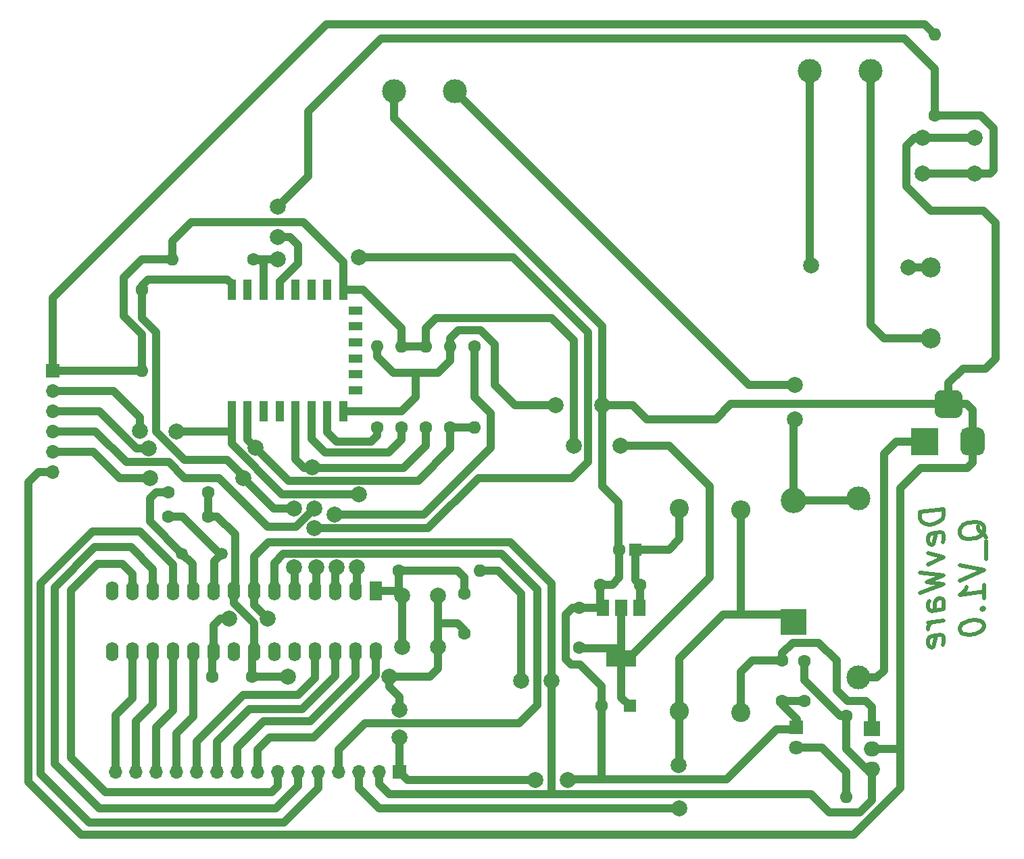
<source format=gbr>
%TF.GenerationSoftware,KiCad,Pcbnew,(5.1.6)-1*%
%TF.CreationDate,2021-04-21T16:58:09+02:00*%
%TF.ProjectId,_7SEG_CONTROL,5f375345-475f-4434-9f4e-54524f4c2e6b,rev?*%
%TF.SameCoordinates,Original*%
%TF.FileFunction,Copper,L2,Bot*%
%TF.FilePolarity,Positive*%
%FSLAX46Y46*%
G04 Gerber Fmt 4.6, Leading zero omitted, Abs format (unit mm)*
G04 Created by KiCad (PCBNEW (5.1.6)-1) date 2021-04-21 16:58:09*
%MOMM*%
%LPD*%
G01*
G04 APERTURE LIST*
%TA.AperFunction,NonConductor*%
%ADD10C,0.500000*%
%TD*%
%TA.AperFunction,ComponentPad*%
%ADD11C,3.000000*%
%TD*%
%TA.AperFunction,ComponentPad*%
%ADD12C,2.000000*%
%TD*%
%TA.AperFunction,SMDPad,CuDef*%
%ADD13R,1.000000X2.500000*%
%TD*%
%TA.AperFunction,SMDPad,CuDef*%
%ADD14R,1.800000X1.000000*%
%TD*%
%TA.AperFunction,ComponentPad*%
%ADD15R,1.700000X1.700000*%
%TD*%
%TA.AperFunction,ComponentPad*%
%ADD16O,1.700000X1.700000*%
%TD*%
%TA.AperFunction,ComponentPad*%
%ADD17C,1.600000*%
%TD*%
%TA.AperFunction,ComponentPad*%
%ADD18R,1.600000X1.600000*%
%TD*%
%TA.AperFunction,ComponentPad*%
%ADD19R,3.200000X3.200000*%
%TD*%
%TA.AperFunction,ComponentPad*%
%ADD20O,3.200000X3.200000*%
%TD*%
%TA.AperFunction,ComponentPad*%
%ADD21R,1.800000X1.800000*%
%TD*%
%TA.AperFunction,ComponentPad*%
%ADD22C,1.800000*%
%TD*%
%TA.AperFunction,ComponentPad*%
%ADD23R,3.500000X3.500000*%
%TD*%
%TA.AperFunction,ComponentPad*%
%ADD24O,2.400000X2.400000*%
%TD*%
%TA.AperFunction,ComponentPad*%
%ADD25C,2.400000*%
%TD*%
%TA.AperFunction,ComponentPad*%
%ADD26O,1.600000X1.600000*%
%TD*%
%TA.AperFunction,ComponentPad*%
%ADD27R,2.000000X1.905000*%
%TD*%
%TA.AperFunction,ComponentPad*%
%ADD28O,2.000000X1.905000*%
%TD*%
%TA.AperFunction,SMDPad,CuDef*%
%ADD29R,3.800000X2.000000*%
%TD*%
%TA.AperFunction,SMDPad,CuDef*%
%ADD30R,1.500000X2.000000*%
%TD*%
%TA.AperFunction,ComponentPad*%
%ADD31R,1.600000X2.400000*%
%TD*%
%TA.AperFunction,ComponentPad*%
%ADD32O,1.600000X2.400000*%
%TD*%
%TA.AperFunction,ComponentPad*%
%ADD33C,1.500000*%
%TD*%
%TA.AperFunction,ComponentPad*%
%ADD34C,2.500000*%
%TD*%
%TA.AperFunction,ViaPad*%
%ADD35C,2.000000*%
%TD*%
%TA.AperFunction,Conductor*%
%ADD36C,1.000000*%
%TD*%
G04 APERTURE END LIST*
D10*
X198755142Y-99653982D02*
X195755142Y-100028982D01*
X195755142Y-100743267D01*
X195898000Y-101153982D01*
X196183714Y-101403982D01*
X196469428Y-101511125D01*
X197040857Y-101582553D01*
X197469428Y-101528982D01*
X198040857Y-101314696D01*
X198326571Y-101136125D01*
X198612285Y-100814696D01*
X198755142Y-100368267D01*
X198755142Y-99653982D01*
X198612285Y-103814696D02*
X198755142Y-103511125D01*
X198755142Y-102939696D01*
X198612285Y-102671839D01*
X198326571Y-102564696D01*
X197183714Y-102707553D01*
X196898000Y-102886125D01*
X196755142Y-103189696D01*
X196755142Y-103761125D01*
X196898000Y-104028982D01*
X197183714Y-104136125D01*
X197469428Y-104100410D01*
X197755142Y-102636125D01*
X196755142Y-105189696D02*
X198755142Y-105653982D01*
X196755142Y-106618267D01*
X195755142Y-107600410D02*
X198755142Y-107939696D01*
X196612285Y-108778982D01*
X198755142Y-109082553D01*
X195755142Y-110171839D01*
X198755142Y-112225410D02*
X197183714Y-112421839D01*
X196898000Y-112314696D01*
X196755142Y-112046839D01*
X196755142Y-111475410D01*
X196898000Y-111171839D01*
X198612285Y-112243267D02*
X198755142Y-111939696D01*
X198755142Y-111225410D01*
X198612285Y-110957553D01*
X198326571Y-110850410D01*
X198040857Y-110886125D01*
X197755142Y-111064696D01*
X197612285Y-111368267D01*
X197612285Y-112082553D01*
X197469428Y-112386125D01*
X198755142Y-113653982D02*
X196755142Y-113903982D01*
X197326571Y-113832553D02*
X197040857Y-114011125D01*
X196898000Y-114171839D01*
X196755142Y-114475410D01*
X196755142Y-114761125D01*
X198612285Y-116671839D02*
X198755142Y-116368267D01*
X198755142Y-115796839D01*
X198612285Y-115528982D01*
X198326571Y-115421839D01*
X197183714Y-115564696D01*
X196898000Y-115743267D01*
X196755142Y-116046839D01*
X196755142Y-116618267D01*
X196898000Y-116886125D01*
X197183714Y-116993267D01*
X197469428Y-116957553D01*
X197755142Y-115493267D01*
X204040857Y-103261125D02*
X203898000Y-102993267D01*
X203612285Y-102743267D01*
X203183714Y-102368267D01*
X203040857Y-102100410D01*
X203040857Y-101814696D01*
X203755142Y-101868267D02*
X203612285Y-101600410D01*
X203326571Y-101350410D01*
X202755142Y-101278982D01*
X201755142Y-101403982D01*
X201183714Y-101618267D01*
X200898000Y-101939696D01*
X200755142Y-102243267D01*
X200755142Y-102814696D01*
X200898000Y-103082553D01*
X201183714Y-103332553D01*
X201755142Y-103403982D01*
X202755142Y-103278982D01*
X203326571Y-103064696D01*
X203612285Y-102743267D01*
X203755142Y-102439696D01*
X203755142Y-101868267D01*
X204040857Y-103689696D02*
X204040857Y-105975410D01*
X200755142Y-106671839D02*
X203755142Y-107296839D01*
X200755142Y-108671839D01*
X203755142Y-110868267D02*
X203755142Y-109153982D01*
X203755142Y-110011125D02*
X200755142Y-110386125D01*
X201183714Y-110046839D01*
X201469428Y-109725410D01*
X201612285Y-109421839D01*
X203469428Y-112189696D02*
X203612285Y-112314696D01*
X203755142Y-112153982D01*
X203612285Y-112028982D01*
X203469428Y-112189696D01*
X203755142Y-112153982D01*
X200755142Y-114528982D02*
X200755142Y-114814696D01*
X200898000Y-115082553D01*
X201040857Y-115207553D01*
X201326571Y-115314696D01*
X201898000Y-115386125D01*
X202612285Y-115296839D01*
X203183714Y-115082553D01*
X203469428Y-114903982D01*
X203612285Y-114743267D01*
X203755142Y-114439696D01*
X203755142Y-114153982D01*
X203612285Y-113886125D01*
X203469428Y-113761125D01*
X203183714Y-113653982D01*
X202612285Y-113582553D01*
X201898000Y-113671839D01*
X201326571Y-113886125D01*
X201040857Y-114064696D01*
X200898000Y-114225410D01*
X200755142Y-114528982D01*
D11*
%TO.P,U5,3*%
%TO.N,/V+*%
X137541000Y-47244000D03*
%TO.P,U5,4*%
%TO.N,/GND*%
X129921000Y-47244000D03*
%TO.P,U5,2*%
%TO.N,Net-(J2-PadN)*%
X181991000Y-44704000D03*
%TO.P,U5,1*%
%TO.N,Net-(J2-PadL)*%
X189611000Y-44704000D03*
%TD*%
D12*
%TO.P,SW2,2*%
%TO.N,/Interrupt*%
X196088000Y-57573001D03*
%TO.P,SW2,1*%
%TO.N,/GND*%
X196088000Y-53073001D03*
%TO.P,SW2,2*%
%TO.N,/Interrupt*%
X202588000Y-57573001D03*
%TO.P,SW2,1*%
%TO.N,/GND*%
X202588000Y-53073001D03*
%TD*%
D13*
%TO.P,U4,1*%
%TO.N,/RST*%
X109530000Y-72156000D03*
%TO.P,U4,2*%
%TO.N,Net-(U4-Pad2)*%
X111530000Y-72156000D03*
%TO.P,U4,3*%
%TO.N,/EN*%
X113530000Y-72156000D03*
%TO.P,U4,4*%
%TO.N,/Interrupt*%
X115530000Y-72156000D03*
%TO.P,U4,5*%
%TO.N,Net-(U4-Pad5)*%
X117530000Y-72156000D03*
%TO.P,U4,6*%
%TO.N,Net-(U4-Pad6)*%
X119530000Y-72156000D03*
%TO.P,U4,7*%
%TO.N,Net-(U4-Pad7)*%
X121530000Y-72156000D03*
%TO.P,U4,8*%
%TO.N,/3.3V*%
X123530000Y-72156000D03*
D14*
%TO.P,U4,9*%
%TO.N,Net-(U4-Pad9)*%
X125030000Y-74756000D03*
%TO.P,U4,10*%
%TO.N,Net-(U4-Pad10)*%
X125030000Y-76756000D03*
%TO.P,U4,11*%
%TO.N,Net-(U4-Pad11)*%
X125030000Y-78756000D03*
%TO.P,U4,12*%
%TO.N,Net-(U4-Pad12)*%
X125030000Y-80756000D03*
%TO.P,U4,13*%
%TO.N,Net-(U4-Pad13)*%
X125030000Y-82756000D03*
%TO.P,U4,14*%
%TO.N,Net-(U4-Pad14)*%
X125030000Y-84756000D03*
D13*
%TO.P,U4,15*%
%TO.N,/GND*%
X123530000Y-87356000D03*
%TO.P,U4,16*%
%TO.N,/IO15*%
X121530000Y-87356000D03*
%TO.P,U4,17*%
%TO.N,/IO2*%
X119530000Y-87356000D03*
%TO.P,U4,18*%
%TO.N,/IO0*%
X117530000Y-87356000D03*
%TO.P,U4,19*%
%TO.N,Net-(U4-Pad19)*%
X115530000Y-87356000D03*
%TO.P,U4,20*%
%TO.N,Net-(U4-Pad20)*%
X113530000Y-87356000D03*
%TO.P,U4,21*%
%TO.N,/RXD*%
X111530000Y-87356000D03*
%TO.P,U4,22*%
%TO.N,/RX-MCU*%
X109530000Y-87356000D03*
%TD*%
D15*
%TO.P,J4,1*%
%TO.N,/GND*%
X130556000Y-132588000D03*
D16*
%TO.P,J4,2*%
%TO.N,/5V*%
X128016000Y-132588000D03*
%TO.P,J4,3*%
%TO.N,/12V*%
X125476000Y-132588000D03*
%TO.P,J4,4*%
%TO.N,/B_D3*%
X122936000Y-132588000D03*
%TO.P,J4,5*%
%TO.N,/C_D3*%
X120396000Y-132588000D03*
%TO.P,J4,6*%
%TO.N,/D_D3*%
X117856000Y-132588000D03*
%TO.P,J4,7*%
%TO.N,/A_D3*%
X115316000Y-132588000D03*
%TO.P,J4,8*%
%TO.N,/B_D2*%
X112776000Y-132588000D03*
%TO.P,J4,9*%
%TO.N,/C_D2*%
X110236000Y-132588000D03*
%TO.P,J4,10*%
%TO.N,/D_D2*%
X107696000Y-132588000D03*
%TO.P,J4,11*%
%TO.N,/A_D2*%
X105156000Y-132588000D03*
%TO.P,J4,12*%
%TO.N,/B_D1*%
X102616000Y-132588000D03*
%TO.P,J4,13*%
%TO.N,/C_D1*%
X100076000Y-132588000D03*
%TO.P,J4,14*%
%TO.N,/D_D1*%
X97536000Y-132588000D03*
%TO.P,J4,15*%
%TO.N,/A_D1*%
X94996000Y-132588000D03*
%TD*%
D17*
%TO.P,C1,1*%
%TO.N,Net-(C1-Pad1)*%
X178506000Y-118674000D03*
%TO.P,C1,2*%
%TO.N,/GND*%
X178506000Y-123674000D03*
%TD*%
%TO.P,C2,2*%
%TO.N,/GND*%
X181286000Y-123704000D03*
%TO.P,C2,1*%
%TO.N,/5V*%
X181286000Y-118704000D03*
%TD*%
%TO.P,C3,1*%
%TO.N,Net-(C3-Pad1)*%
X160726000Y-109144000D03*
%TO.P,C3,2*%
%TO.N,/GND*%
X155726000Y-109144000D03*
%TD*%
D18*
%TO.P,C4,1*%
%TO.N,Net-(C3-Pad1)*%
X160116000Y-104734000D03*
D17*
%TO.P,C4,2*%
%TO.N,/GND*%
X158116000Y-104734000D03*
%TD*%
%TO.P,C5,2*%
%TO.N,/GND*%
X106600000Y-100584000D03*
%TO.P,C5,1*%
%TO.N,Net-(C5-Pad1)*%
X101600000Y-100584000D03*
%TD*%
%TO.P,C6,1*%
%TO.N,Net-(C6-Pad1)*%
X101600000Y-97536000D03*
%TO.P,C6,2*%
%TO.N,/GND*%
X106600000Y-97536000D03*
%TD*%
%TO.P,C7,1*%
%TO.N,/GND*%
X138666000Y-115224000D03*
%TO.P,C7,2*%
%TO.N,Net-(C7-Pad2)*%
X138666000Y-110224000D03*
%TD*%
%TO.P,C8,2*%
%TO.N,/GND*%
X112106000Y-120694000D03*
%TO.P,C8,1*%
%TO.N,/5V*%
X107106000Y-120694000D03*
%TD*%
D18*
%TO.P,C9,1*%
%TO.N,/3.3V*%
X159396000Y-124324000D03*
D17*
%TO.P,C9,2*%
%TO.N,/GND*%
X155896000Y-124324000D03*
%TD*%
%TO.P,C10,2*%
%TO.N,/GND*%
X153056000Y-112044000D03*
%TO.P,C10,1*%
%TO.N,/3.3V*%
X153056000Y-117044000D03*
%TD*%
D19*
%TO.P,D1,1*%
%TO.N,/12V*%
X179956000Y-113784000D03*
D20*
%TO.P,D1,2*%
%TO.N,/V+*%
X179956000Y-98544000D03*
%TD*%
D21*
%TO.P,D2,1*%
%TO.N,/GND*%
X180266000Y-127034000D03*
D22*
%TO.P,D2,2*%
%TO.N,Net-(D2-Pad2)*%
X180266000Y-129574000D03*
%TD*%
D11*
%TO.P,F1,1*%
%TO.N,/V+*%
X188076000Y-98284000D03*
%TO.P,F1,2*%
%TO.N,Net-(F1-Pad2)*%
X188076000Y-120784000D03*
%TD*%
D23*
%TO.P,J1,1*%
%TO.N,Net-(F1-Pad2)*%
X196342000Y-91186000D03*
%TO.P,J1,2*%
%TO.N,/GND*%
%TA.AperFunction,ComponentPad*%
G36*
G01*
X203842000Y-90186000D02*
X203842000Y-92186000D01*
G75*
G02*
X203092000Y-92936000I-750000J0D01*
G01*
X201592000Y-92936000D01*
G75*
G02*
X200842000Y-92186000I0J750000D01*
G01*
X200842000Y-90186000D01*
G75*
G02*
X201592000Y-89436000I750000J0D01*
G01*
X203092000Y-89436000D01*
G75*
G02*
X203842000Y-90186000I0J-750000D01*
G01*
G37*
%TD.AperFunction*%
%TO.P,J1,3*%
%TA.AperFunction,ComponentPad*%
G36*
G01*
X201092000Y-85611000D02*
X201092000Y-87361000D01*
G75*
G02*
X200217000Y-88236000I-875000J0D01*
G01*
X198467000Y-88236000D01*
G75*
G02*
X197592000Y-87361000I0J875000D01*
G01*
X197592000Y-85611000D01*
G75*
G02*
X198467000Y-84736000I875000J0D01*
G01*
X200217000Y-84736000D01*
G75*
G02*
X201092000Y-85611000I0J-875000D01*
G01*
G37*
%TD.AperFunction*%
%TD*%
D24*
%TO.P,R1,2*%
%TO.N,/12V*%
X173356000Y-99734000D03*
D25*
%TO.P,R1,1*%
%TO.N,Net-(C1-Pad1)*%
X173356000Y-125134000D03*
%TD*%
D26*
%TO.P,R2,2*%
%TO.N,Net-(D2-Pad2)*%
X186506000Y-135724000D03*
D17*
%TO.P,R2,1*%
%TO.N,/5V*%
X186506000Y-125564000D03*
%TD*%
D25*
%TO.P,R3,1*%
%TO.N,Net-(C3-Pad1)*%
X165616000Y-99624000D03*
D24*
%TO.P,R3,2*%
%TO.N,/12V*%
X165616000Y-125024000D03*
%TD*%
D17*
%TO.P,R4,1*%
%TO.N,Net-(C7-Pad2)*%
X130476000Y-107354000D03*
D26*
%TO.P,R4,2*%
%TO.N,/5V*%
X140636000Y-107354000D03*
%TD*%
D12*
%TO.P,SW1,2*%
%TO.N,Net-(C7-Pad2)*%
X130886000Y-110474000D03*
%TO.P,SW1,1*%
%TO.N,/GND*%
X135386000Y-110474000D03*
%TO.P,SW1,2*%
%TO.N,Net-(C7-Pad2)*%
X130886000Y-116974000D03*
%TO.P,SW1,1*%
%TO.N,/GND*%
X135386000Y-116974000D03*
%TD*%
D27*
%TO.P,U1,1*%
%TO.N,Net-(C1-Pad1)*%
X189736000Y-127214000D03*
D28*
%TO.P,U1,2*%
%TO.N,/GND*%
X189736000Y-129754000D03*
%TO.P,U1,3*%
%TO.N,/5V*%
X189736000Y-132294000D03*
%TD*%
D29*
%TO.P,U2,2*%
%TO.N,/3.3V*%
X158336000Y-118344000D03*
D30*
X158336000Y-112044000D03*
%TO.P,U2,3*%
%TO.N,Net-(C3-Pad1)*%
X160636000Y-112044000D03*
%TO.P,U2,1*%
%TO.N,/GND*%
X156036000Y-112044000D03*
%TD*%
D31*
%TO.P,U3,1*%
%TO.N,Net-(C7-Pad2)*%
X127576000Y-109894000D03*
D32*
%TO.P,U3,15*%
%TO.N,Net-(U3-Pad15)*%
X94556000Y-117514000D03*
%TO.P,U3,2*%
%TO.N,/RX-MCU*%
X125036000Y-109894000D03*
%TO.P,U3,16*%
%TO.N,/A_D1*%
X97096000Y-117514000D03*
%TO.P,U3,3*%
%TO.N,/TX_MCU*%
X122496000Y-109894000D03*
%TO.P,U3,17*%
%TO.N,/D_D1*%
X99636000Y-117514000D03*
%TO.P,U3,4*%
%TO.N,/EN*%
X119956000Y-109894000D03*
%TO.P,U3,18*%
%TO.N,/C_D1*%
X102176000Y-117514000D03*
%TO.P,U3,5*%
%TO.N,/RST*%
X117416000Y-109894000D03*
%TO.P,U3,19*%
%TO.N,/B_D1*%
X104716000Y-117514000D03*
%TO.P,U3,6*%
%TO.N,/B_D3*%
X114876000Y-109894000D03*
%TO.P,U3,20*%
%TO.N,/5V*%
X107256000Y-117514000D03*
%TO.P,U3,7*%
X112336000Y-109894000D03*
%TO.P,U3,21*%
%TO.N,Net-(U3-Pad21)*%
X109796000Y-117514000D03*
%TO.P,U3,8*%
%TO.N,/GND*%
X109796000Y-109894000D03*
%TO.P,U3,22*%
X112336000Y-117514000D03*
%TO.P,U3,9*%
%TO.N,Net-(C5-Pad1)*%
X107256000Y-109894000D03*
%TO.P,U3,23*%
%TO.N,Net-(U3-Pad23)*%
X114876000Y-117514000D03*
%TO.P,U3,10*%
%TO.N,Net-(C6-Pad1)*%
X104716000Y-109894000D03*
%TO.P,U3,24*%
%TO.N,Net-(U3-Pad24)*%
X117416000Y-117514000D03*
%TO.P,U3,11*%
%TO.N,/C_D3*%
X102176000Y-109894000D03*
%TO.P,U3,25*%
%TO.N,/A_D2*%
X119956000Y-117514000D03*
%TO.P,U3,12*%
%TO.N,/D_D3*%
X99636000Y-109894000D03*
%TO.P,U3,26*%
%TO.N,/D_D2*%
X122496000Y-117514000D03*
%TO.P,U3,13*%
%TO.N,/A_D3*%
X97096000Y-109894000D03*
%TO.P,U3,27*%
%TO.N,/C_D2*%
X125036000Y-117514000D03*
%TO.P,U3,14*%
%TO.N,Net-(U3-Pad14)*%
X94556000Y-109894000D03*
%TO.P,U3,28*%
%TO.N,/B_D2*%
X127576000Y-117514000D03*
%TD*%
D33*
%TO.P,Y1,1*%
%TO.N,Net-(C5-Pad1)*%
X108326000Y-105234000D03*
%TO.P,Y1,2*%
%TO.N,Net-(C6-Pad1)*%
X103326000Y-105234000D03*
%TD*%
D17*
%TO.P,R5,1*%
%TO.N,/TX_MCU*%
X139954000Y-79248000D03*
D26*
%TO.P,R5,2*%
%TO.N,/RXD*%
X139954000Y-89408000D03*
%TD*%
%TO.P,R6,2*%
%TO.N,/GND*%
X136906000Y-79248000D03*
D17*
%TO.P,R6,1*%
%TO.N,/RXD*%
X136906000Y-89408000D03*
%TD*%
%TO.P,R7,1*%
%TO.N,/IO15*%
X127762000Y-89408000D03*
D26*
%TO.P,R7,2*%
%TO.N,/GND*%
X127762000Y-79248000D03*
%TD*%
D17*
%TO.P,R8,1*%
%TO.N,/RST*%
X98298000Y-72136000D03*
D26*
%TO.P,R8,2*%
%TO.N,/3.3V*%
X98298000Y-82296000D03*
%TD*%
%TO.P,R9,2*%
%TO.N,/3.3V*%
X102108000Y-68326000D03*
D17*
%TO.P,R9,1*%
%TO.N,/EN*%
X112268000Y-68326000D03*
%TD*%
%TO.P,R10,1*%
%TO.N,/IO0*%
X133858000Y-89408000D03*
D26*
%TO.P,R10,2*%
%TO.N,/3.3V*%
X133858000Y-79248000D03*
%TD*%
%TO.P,R11,2*%
%TO.N,/3.3V*%
X130810000Y-79248000D03*
D17*
%TO.P,R11,1*%
%TO.N,/IO2*%
X130810000Y-89408000D03*
%TD*%
D34*
%TO.P,J2,N*%
%TO.N,Net-(J2-PadN)*%
X197104000Y-69342000D03*
%TO.P,J2,L*%
%TO.N,Net-(J2-PadL)*%
X197104000Y-78232000D03*
%TD*%
D17*
%TO.P,R12,1*%
%TO.N,/Interrupt*%
X197612000Y-50292000D03*
D26*
%TO.P,R12,2*%
%TO.N,/3.3V*%
X197612000Y-40132000D03*
%TD*%
D15*
%TO.P,J3,1*%
%TO.N,/3.3V*%
X87122000Y-82296000D03*
D16*
%TO.P,J3,2*%
%TO.N,/RX-MCU*%
X87122000Y-84836000D03*
%TO.P,J3,3*%
%TO.N,/RXD*%
X87122000Y-87376000D03*
%TO.P,J3,4*%
%TO.N,/IO0*%
X87122000Y-89916000D03*
%TO.P,J3,5*%
%TO.N,/RST*%
X87122000Y-92456000D03*
%TO.P,J3,6*%
%TO.N,/GND*%
X87122000Y-94996000D03*
%TD*%
D35*
%TO.N,/GND*%
X129263810Y-120681296D03*
X151638000Y-133604000D03*
X147574000Y-133604000D03*
X116582006Y-120654000D03*
X150114000Y-86614000D03*
X155956000Y-86614000D03*
X130556000Y-128270000D03*
X130556000Y-124792000D03*
%TO.N,/5V*%
X114006000Y-113384000D03*
X109186000Y-113424000D03*
X149606018Y-121158000D03*
X145796000Y-121158000D03*
%TO.N,/3.3V*%
X158242000Y-91693996D03*
X152399996Y-91693996D03*
%TO.N,/12V*%
X165608000Y-137160000D03*
X165566001Y-131784001D03*
%TO.N,/RX-MCU*%
X125222000Y-106962012D03*
X98079018Y-89876910D03*
X125476000Y-97790004D03*
X102616006Y-89915994D03*
%TO.N,/TX_MCU*%
X122682000Y-106962022D03*
X122428000Y-100330000D03*
%TO.N,/RST*%
X117348000Y-106962022D03*
X111012011Y-95743989D03*
X117348000Y-99568000D03*
X99299989Y-95743989D03*
%TO.N,/EN*%
X119888000Y-102079988D03*
X120142000Y-106962012D03*
X115315988Y-68326000D03*
X125476000Y-68072000D03*
%TO.N,/IO0*%
X119888000Y-99568000D03*
X119633985Y-94389983D03*
%TO.N,/V+*%
X180086000Y-88392000D03*
X180086000Y-84074000D03*
%TO.N,Net-(J2-PadN)*%
X194310000Y-69342000D03*
X182118000Y-69088000D03*
%TO.N,/Interrupt*%
X115316000Y-65531976D03*
X115316000Y-61722004D03*
%TO.N,/RXD*%
X112522002Y-91948000D03*
X99187006Y-92074998D03*
%TD*%
D36*
%TO.N,Net-(C1-Pad1)*%
X178506000Y-118674000D02*
X174776000Y-118674000D01*
X173356000Y-120094000D02*
X173356000Y-125134000D01*
X174776000Y-118674000D02*
X173356000Y-120094000D01*
X178506000Y-117694000D02*
X178506000Y-118674000D01*
X179796000Y-116404000D02*
X178506000Y-117694000D01*
X183056000Y-116404000D02*
X179796000Y-116404000D01*
X185326000Y-118674000D02*
X183056000Y-116404000D01*
X189736000Y-127214000D02*
X189736000Y-124458000D01*
X189736000Y-124458000D02*
X188976000Y-123698000D01*
X186690000Y-123698000D02*
X185326000Y-122334000D01*
X188976000Y-123698000D02*
X186690000Y-123698000D01*
X185326000Y-122334000D02*
X185326000Y-118674000D01*
%TO.N,/GND*%
X158116000Y-104734000D02*
X158116000Y-108254000D01*
X157226000Y-109144000D02*
X155726000Y-109144000D01*
X158116000Y-108254000D02*
X157226000Y-109144000D01*
X155726000Y-111734000D02*
X156036000Y-112044000D01*
X155726000Y-109144000D02*
X155726000Y-111734000D01*
X153056000Y-112044000D02*
X156036000Y-112044000D01*
X112106000Y-117744000D02*
X112336000Y-117514000D01*
X112106000Y-120694000D02*
X112106000Y-117744000D01*
X135386000Y-114014000D02*
X135386000Y-110474000D01*
X135386000Y-116974000D02*
X135386000Y-114014000D01*
X138666000Y-114844000D02*
X138666000Y-115224000D01*
X135386000Y-114014000D02*
X137836000Y-114014000D01*
X137836000Y-114014000D02*
X138666000Y-114844000D01*
X109796000Y-109894000D02*
X109796000Y-111434000D01*
X112336000Y-113974000D02*
X112336000Y-117514000D01*
X109796000Y-111434000D02*
X112336000Y-113974000D01*
X181256000Y-123674000D02*
X181286000Y-123704000D01*
X178506000Y-123674000D02*
X181256000Y-123674000D01*
X138430000Y-115460000D02*
X138666000Y-115224000D01*
X129263810Y-120681296D02*
X134334704Y-120681296D01*
X135386000Y-119630000D02*
X135386000Y-116974000D01*
X134334704Y-120681296D02*
X135386000Y-119630000D01*
X165116000Y-133544000D02*
X151698000Y-133544000D01*
X151698000Y-133544000D02*
X151638000Y-133604000D01*
X131572000Y-133604000D02*
X130556000Y-132588000D01*
X147574000Y-133604000D02*
X131572000Y-133604000D01*
X155896000Y-133544000D02*
X165116000Y-133544000D01*
X155896000Y-124324000D02*
X155896000Y-133544000D01*
X116542006Y-120694000D02*
X116582006Y-120654000D01*
X112106000Y-120694000D02*
X116542006Y-120694000D01*
X136906000Y-79248000D02*
X136906000Y-81026000D01*
X136906000Y-81026000D02*
X135382000Y-82550000D01*
X127762000Y-80518000D02*
X127762000Y-79248000D01*
X129794000Y-82550000D02*
X127762000Y-80518000D01*
X135382000Y-82550000D02*
X132588000Y-82550000D01*
X132588000Y-82550000D02*
X129794000Y-82550000D01*
X107696000Y-100584000D02*
X106600000Y-100584000D01*
X109956000Y-102844000D02*
X107696000Y-100584000D01*
X109796000Y-109894000D02*
X109956000Y-109734000D01*
X109956000Y-109734000D02*
X109956000Y-102844000D01*
X106600000Y-100584000D02*
X106600000Y-97536000D01*
X132588000Y-82550000D02*
X132588000Y-85598000D01*
X130830000Y-87356000D02*
X123530000Y-87356000D01*
X132588000Y-85598000D02*
X130830000Y-87356000D01*
X157988000Y-98806000D02*
X155956000Y-96774000D01*
X158116000Y-104734000D02*
X157988000Y-104606000D01*
X155956000Y-96774000D02*
X155956000Y-86614000D01*
X157988000Y-104606000D02*
X157988000Y-98806000D01*
X180340000Y-125984000D02*
X180340000Y-126960000D01*
X178506000Y-123674000D02*
X178506000Y-124150000D01*
X180340000Y-126960000D02*
X180266000Y-127034000D01*
X178506000Y-124150000D02*
X180340000Y-125984000D01*
X180046000Y-127254000D02*
X180266000Y-127034000D01*
X177800000Y-127254000D02*
X180046000Y-127254000D01*
X165116000Y-133544000D02*
X171510000Y-133544000D01*
X171510000Y-133544000D02*
X177800000Y-127254000D01*
X202342000Y-91186000D02*
X202342000Y-87218000D01*
X201610000Y-86486000D02*
X199342000Y-86486000D01*
X202342000Y-87218000D02*
X201610000Y-86486000D01*
X199342000Y-86486000D02*
X199342000Y-83868000D01*
X199342000Y-83868000D02*
X201168000Y-82042000D01*
X201168000Y-82042000D02*
X203962000Y-82042000D01*
X203962000Y-82042000D02*
X205232000Y-80772000D01*
X202342000Y-93822000D02*
X202342000Y-91186000D01*
X195834000Y-94488000D02*
X201676000Y-94488000D01*
X201676000Y-94488000D02*
X202342000Y-93822000D01*
X193294000Y-97028000D02*
X195834000Y-94488000D01*
X194056000Y-59182000D02*
X197104000Y-62230000D01*
X197104000Y-62230000D02*
X203708000Y-62230000D01*
X203708000Y-62230000D02*
X205232000Y-63754000D01*
X205232000Y-80772000D02*
X205232000Y-77978000D01*
X205232000Y-77978000D02*
X205232000Y-76200000D01*
X205232000Y-63754000D02*
X205232000Y-73406000D01*
X205232000Y-73406000D02*
X205232000Y-77978000D01*
X194056000Y-59182000D02*
X194056000Y-54102000D01*
X195084999Y-53073001D02*
X196088000Y-53073001D01*
X194056000Y-54102000D02*
X195084999Y-53073001D01*
X196088000Y-53073001D02*
X202588000Y-53073001D01*
X145034000Y-86614000D02*
X150114000Y-86614000D01*
X142494000Y-84074000D02*
X145034000Y-86614000D01*
X136906000Y-78232000D02*
X137922000Y-77216000D01*
X136906000Y-79248000D02*
X136906000Y-78232000D01*
X142494000Y-78994000D02*
X142494000Y-84074000D01*
X137922000Y-77216000D02*
X140716000Y-77216000D01*
X140716000Y-77216000D02*
X142494000Y-78994000D01*
X193294000Y-128196000D02*
X193294000Y-127254000D01*
X193294000Y-127254000D02*
X193294000Y-97028000D01*
X193080000Y-129754000D02*
X193294000Y-129540000D01*
X189736000Y-129754000D02*
X193080000Y-129754000D01*
X193294000Y-129540000D02*
X193294000Y-127254000D01*
X193294000Y-134620000D02*
X193294000Y-129540000D01*
X187452000Y-140462000D02*
X193294000Y-134620000D01*
X90678000Y-140462000D02*
X187452000Y-140462000D01*
X85344000Y-94996000D02*
X84074000Y-96266000D01*
X87122000Y-94996000D02*
X85344000Y-94996000D01*
X84074000Y-96266000D02*
X84074000Y-133858000D01*
X84074000Y-133858000D02*
X90678000Y-140462000D01*
X130556000Y-132588000D02*
X130556000Y-128270000D01*
X129286000Y-120703486D02*
X129263810Y-120681296D01*
X130556000Y-124792000D02*
X130556000Y-123190000D01*
X129286000Y-121920000D02*
X129286000Y-120703486D01*
X130556000Y-123190000D02*
X129286000Y-121920000D01*
X155956000Y-78232000D02*
X155956000Y-86614000D01*
X152236000Y-112044000D02*
X153056000Y-112044000D01*
X151384000Y-112896000D02*
X152236000Y-112044000D01*
X155896000Y-121860000D02*
X153162000Y-119126000D01*
X155896000Y-124324000D02*
X155896000Y-121860000D01*
X151384000Y-118473000D02*
X151384000Y-112896000D01*
X153162000Y-119126000D02*
X152037000Y-119126000D01*
X152037000Y-119126000D02*
X151384000Y-118473000D01*
X129921000Y-50673000D02*
X129921000Y-47244000D01*
X155956000Y-78232000D02*
X155956000Y-76708000D01*
X155956000Y-76708000D02*
X129921000Y-50673000D01*
X159766000Y-86614000D02*
X155956000Y-86614000D01*
X161544000Y-88392000D02*
X159766000Y-86614000D01*
X199342000Y-86486000D02*
X172086000Y-86486000D01*
X170180000Y-88392000D02*
X161544000Y-88392000D01*
X172086000Y-86486000D02*
X170180000Y-88392000D01*
%TO.N,/5V*%
X186506000Y-125564000D02*
X186506000Y-129734000D01*
X189066000Y-132294000D02*
X189736000Y-132294000D01*
X186506000Y-129734000D02*
X189066000Y-132294000D01*
X107106000Y-117664000D02*
X107256000Y-117514000D01*
X107106000Y-120694000D02*
X107106000Y-117664000D01*
X112336000Y-109894000D02*
X112336000Y-111714000D01*
X112336000Y-111714000D02*
X114006000Y-113384000D01*
X107256000Y-114264000D02*
X107256000Y-117514000D01*
X109186000Y-113424000D02*
X108096000Y-113424000D01*
X108096000Y-113424000D02*
X107256000Y-114264000D01*
X129286000Y-135382000D02*
X163944000Y-135382000D01*
X128016000Y-134112000D02*
X129286000Y-135382000D01*
X128016000Y-132588000D02*
X128016000Y-134112000D01*
X163944000Y-135382000D02*
X149663000Y-135382000D01*
X149663000Y-135382000D02*
X149606018Y-135325018D01*
X149606018Y-135325018D02*
X149606018Y-121158000D01*
X181286000Y-121088000D02*
X181286000Y-118704000D01*
X186506000Y-125564000D02*
X185762000Y-125564000D01*
X185762000Y-125564000D02*
X181286000Y-121088000D01*
X188214000Y-137668000D02*
X189736000Y-136146000D01*
X189736000Y-136146000D02*
X189736000Y-132294000D01*
X184404000Y-137668000D02*
X188214000Y-137668000D01*
X163944000Y-135382000D02*
X182118000Y-135382000D01*
X182118000Y-135382000D02*
X184404000Y-137668000D01*
X149606018Y-119743787D02*
X149606018Y-121158000D01*
X112336000Y-105596000D02*
X114152012Y-103779988D01*
X112336000Y-109894000D02*
X112336000Y-105596000D01*
X114152012Y-103779988D02*
X144419988Y-103779988D01*
X149606018Y-108966018D02*
X149606018Y-119743787D01*
X144419988Y-103779988D02*
X149606018Y-108966018D01*
X140636000Y-107354000D02*
X142914000Y-107354000D01*
X145796000Y-110236000D02*
X145796000Y-121158000D01*
X142914000Y-107354000D02*
X145796000Y-110236000D01*
%TO.N,Net-(C3-Pad1)*%
X160116000Y-104734000D02*
X164306000Y-104734000D01*
X165616000Y-103424000D02*
X165616000Y-99624000D01*
X164306000Y-104734000D02*
X165616000Y-103424000D01*
X160116000Y-108534000D02*
X160726000Y-109144000D01*
X160116000Y-104734000D02*
X160116000Y-108534000D01*
X160726000Y-111954000D02*
X160636000Y-112044000D01*
X160726000Y-109144000D02*
X160726000Y-111954000D01*
%TO.N,Net-(C5-Pad1)*%
X108326000Y-105234000D02*
X107386000Y-106174000D01*
X107386000Y-109764000D02*
X107256000Y-109894000D01*
X107386000Y-106174000D02*
X107386000Y-109764000D01*
X101600000Y-100584000D02*
X103378000Y-100584000D01*
X108028000Y-105234000D02*
X108326000Y-105234000D01*
X103378000Y-100584000D02*
X108028000Y-105234000D01*
%TO.N,Net-(C6-Pad1)*%
X103316000Y-105224000D02*
X103326000Y-105234000D01*
X103326000Y-105234000D02*
X104636000Y-106544000D01*
X104636000Y-109814000D02*
X104716000Y-109894000D01*
X104636000Y-106544000D02*
X104636000Y-109814000D01*
X100076000Y-97536000D02*
X101600000Y-97536000D01*
X99314000Y-98298000D02*
X100076000Y-97536000D01*
X103326000Y-105234000D02*
X99314000Y-101222000D01*
X99314000Y-101222000D02*
X99314000Y-98298000D01*
%TO.N,Net-(C7-Pad2)*%
X130306000Y-109894000D02*
X130886000Y-110474000D01*
X127576000Y-109894000D02*
X130306000Y-109894000D01*
X130886000Y-110474000D02*
X130886000Y-116974000D01*
X130476000Y-110064000D02*
X130886000Y-110474000D01*
X130476000Y-107354000D02*
X130476000Y-110064000D01*
X138666000Y-110224000D02*
X138666000Y-108186000D01*
X137834000Y-107354000D02*
X130476000Y-107354000D01*
X138666000Y-108186000D02*
X137834000Y-107354000D01*
%TO.N,/3.3V*%
X158336000Y-112044000D02*
X158336000Y-118344000D01*
X158336000Y-123264000D02*
X159396000Y-124324000D01*
X158336000Y-118344000D02*
X158336000Y-123264000D01*
X158242000Y-117094000D02*
X158242000Y-118250000D01*
X153056000Y-117044000D02*
X153106000Y-117094000D01*
X158242000Y-118250000D02*
X158336000Y-118344000D01*
X153106000Y-117094000D02*
X158242000Y-117094000D01*
X133858000Y-79248000D02*
X130810000Y-79248000D01*
X164337996Y-91693996D02*
X158242000Y-91693996D01*
X169418000Y-96774000D02*
X164337996Y-91693996D01*
X158336000Y-118344000D02*
X159278000Y-118344000D01*
X169418000Y-108204000D02*
X169418000Y-96774000D01*
X159278000Y-118344000D02*
X169418000Y-108204000D01*
X126004000Y-72156000D02*
X123530000Y-72156000D01*
X130810000Y-79248000D02*
X130810000Y-76962000D01*
X130810000Y-76962000D02*
X126004000Y-72156000D01*
X98298000Y-82296000D02*
X87122000Y-82296000D01*
X152399996Y-78485996D02*
X152399996Y-91693996D01*
X149606000Y-75692000D02*
X152399996Y-78485996D01*
X135128000Y-75692000D02*
X149606000Y-75692000D01*
X133858000Y-79248000D02*
X133858000Y-76962000D01*
X133858000Y-76962000D02*
X135128000Y-75692000D01*
X96012000Y-70612000D02*
X98298000Y-68326000D01*
X98298000Y-68326000D02*
X102108000Y-68326000D01*
X96012000Y-75438000D02*
X96012000Y-70612000D01*
X98298000Y-82296000D02*
X98298000Y-77724000D01*
X98298000Y-77724000D02*
X96012000Y-75438000D01*
X118540003Y-63676003D02*
X123530000Y-68666000D01*
X123530000Y-68666000D02*
X123530000Y-72156000D01*
X104471997Y-63676003D02*
X118540003Y-63676003D01*
X102108000Y-68326000D02*
X102108000Y-66040000D01*
X102108000Y-66040000D02*
X104471997Y-63676003D01*
X87122000Y-73152000D02*
X87122000Y-82296000D01*
X121412000Y-38862000D02*
X87122000Y-73152000D01*
X197612000Y-40132000D02*
X196342000Y-38862000D01*
X196342000Y-38862000D02*
X121412000Y-38862000D01*
%TO.N,/12V*%
X173356000Y-112874000D02*
X173356000Y-99734000D01*
X165608000Y-137160000D02*
X128016000Y-137160000D01*
X125476000Y-134620000D02*
X125476000Y-132588000D01*
X128016000Y-137160000D02*
X125476000Y-134620000D01*
X175166000Y-112874000D02*
X173356000Y-112874000D01*
X179956000Y-113784000D02*
X179046000Y-112874000D01*
X179046000Y-112874000D02*
X175166000Y-112874000D01*
X165616000Y-118356000D02*
X165616000Y-125024000D01*
X173356000Y-112874000D02*
X171098000Y-112874000D01*
X171098000Y-112874000D02*
X165616000Y-118356000D01*
X165616000Y-131734002D02*
X165566001Y-131784001D01*
X165616000Y-125024000D02*
X165616000Y-131734002D01*
%TO.N,Net-(D2-Pad2)*%
X180266000Y-129574000D02*
X183516000Y-129574000D01*
X186506000Y-132564000D02*
X186506000Y-135724000D01*
X183516000Y-129574000D02*
X186506000Y-132564000D01*
%TO.N,Net-(F1-Pad2)*%
X192786000Y-91186000D02*
X196342000Y-91186000D01*
X191262000Y-92710000D02*
X192786000Y-91186000D01*
X191262000Y-119888000D02*
X191262000Y-92710000D01*
X188076000Y-120784000D02*
X190366000Y-120784000D01*
X190366000Y-120784000D02*
X191262000Y-119888000D01*
%TO.N,/A_D1*%
X94996000Y-125476000D02*
X94996000Y-132588000D01*
X97096000Y-117514000D02*
X97096000Y-123376000D01*
X97096000Y-123376000D02*
X94996000Y-125476000D01*
%TO.N,/D_D1*%
X97536000Y-126238000D02*
X97536000Y-132588000D01*
X99636000Y-117514000D02*
X99636000Y-124138000D01*
X99636000Y-124138000D02*
X97536000Y-126238000D01*
%TO.N,/C_D1*%
X100076000Y-127000000D02*
X100076000Y-132588000D01*
X102176000Y-117514000D02*
X102176000Y-124900000D01*
X102176000Y-124900000D02*
X100076000Y-127000000D01*
%TO.N,/B_D1*%
X104716000Y-117514000D02*
X104716000Y-125662000D01*
X102616000Y-127762000D02*
X102616000Y-132588000D01*
X104716000Y-125662000D02*
X102616000Y-127762000D01*
%TO.N,/A_D2*%
X105156000Y-132588000D02*
X105156000Y-128778000D01*
X105156000Y-128778000D02*
X110998000Y-122936000D01*
X110998000Y-122936000D02*
X117856000Y-122936000D01*
X119956000Y-120836000D02*
X119956000Y-117514000D01*
X117856000Y-122936000D02*
X119956000Y-120836000D01*
%TO.N,/D_D2*%
X107696000Y-128778000D02*
X107696000Y-132588000D01*
X111760000Y-124714000D02*
X107696000Y-128778000D01*
X118364000Y-124714000D02*
X111760000Y-124714000D01*
X122496000Y-117514000D02*
X122496000Y-120582000D01*
X122496000Y-120582000D02*
X118364000Y-124714000D01*
%TO.N,/C_D2*%
X125036000Y-120582000D02*
X125036000Y-117514000D01*
X119380000Y-126238000D02*
X125036000Y-120582000D01*
X113538000Y-126238000D02*
X119380000Y-126238000D01*
X110236000Y-132588000D02*
X110236000Y-129540000D01*
X110236000Y-129540000D02*
X113538000Y-126238000D01*
%TO.N,/B_D2*%
X112776000Y-129794000D02*
X112776000Y-132588000D01*
X114300000Y-128270000D02*
X112776000Y-129794000D01*
X127576000Y-120477990D02*
X127000000Y-121053990D01*
X127576000Y-117514000D02*
X127576000Y-120477990D01*
X127000000Y-121053990D02*
X127000000Y-121077070D01*
X127000000Y-121077070D02*
X119807070Y-128270000D01*
X119807070Y-128270000D02*
X114300000Y-128270000D01*
%TO.N,/A_D3*%
X115316000Y-134366000D02*
X115316000Y-132588000D01*
X114554000Y-135128000D02*
X115316000Y-134366000D01*
X89408000Y-130810000D02*
X93726000Y-135128000D01*
X93726000Y-135128000D02*
X114554000Y-135128000D01*
X97096000Y-109894000D02*
X97096000Y-107824000D01*
X97096000Y-107824000D02*
X95826000Y-106554000D01*
X92675000Y-106554000D02*
X89408000Y-109821000D01*
X95826000Y-106554000D02*
X92675000Y-106554000D01*
X89408000Y-109821000D02*
X89408000Y-130810000D01*
%TO.N,/D_D3*%
X99636000Y-107174000D02*
X99636000Y-109894000D01*
X92406000Y-104444000D02*
X96906000Y-104444000D01*
X96906000Y-104444000D02*
X99636000Y-107174000D01*
X87376000Y-109474000D02*
X92406000Y-104444000D01*
X117856000Y-134366000D02*
X115062000Y-137160000D01*
X115062000Y-137160000D02*
X92964000Y-137160000D01*
X117856000Y-132588000D02*
X117856000Y-134366000D01*
X92964000Y-137160000D02*
X87376000Y-131572000D01*
X87376000Y-131572000D02*
X87376000Y-109474000D01*
%TO.N,/C_D3*%
X98026000Y-102464000D02*
X102176000Y-106614000D01*
X92100000Y-102464000D02*
X98026000Y-102464000D01*
X120396000Y-134620000D02*
X116078000Y-138938000D01*
X120396000Y-132588000D02*
X120396000Y-134620000D01*
X85598000Y-108966000D02*
X92100000Y-102464000D01*
X85598000Y-132842000D02*
X85598000Y-108966000D01*
X116078000Y-138938000D02*
X91694000Y-138938000D01*
X102176000Y-106614000D02*
X102176000Y-109894000D01*
X91694000Y-138938000D02*
X85598000Y-132842000D01*
%TO.N,/B_D3*%
X122936000Y-129794000D02*
X122936000Y-131385919D01*
X126238000Y-126492000D02*
X122936000Y-129794000D01*
X145542000Y-126492000D02*
X126238000Y-126492000D01*
X147828000Y-124206000D02*
X145542000Y-126492000D01*
X122936000Y-131385919D02*
X122936000Y-132588000D01*
X114876000Y-106420951D02*
X116034939Y-105262012D01*
X114876000Y-109894000D02*
X114876000Y-106420951D01*
X116034939Y-105262012D02*
X143362012Y-105262012D01*
X143362012Y-105262012D02*
X147828000Y-109728000D01*
X147828000Y-109728000D02*
X147828000Y-124206000D01*
%TO.N,/RX-MCU*%
X125222000Y-109708000D02*
X125036000Y-109894000D01*
X125222000Y-106962012D02*
X125222000Y-109708000D01*
X109530000Y-87356000D02*
X109530000Y-89972000D01*
X115824004Y-97790004D02*
X125476000Y-97790004D01*
X109530000Y-89972000D02*
X109530000Y-91496000D01*
X109530000Y-91496000D02*
X115824004Y-97790004D01*
X109530000Y-89972000D02*
X109473994Y-89915994D01*
X109473994Y-89915994D02*
X102616006Y-89915994D01*
X98079018Y-88173018D02*
X98079018Y-89876910D01*
X87122000Y-84836000D02*
X94742000Y-84836000D01*
X94742000Y-84836000D02*
X98079018Y-88173018D01*
%TO.N,/TX_MCU*%
X122496000Y-107148022D02*
X122682000Y-106962022D01*
X122496000Y-109894000D02*
X122496000Y-107148022D01*
X141986000Y-91948000D02*
X133604000Y-100330000D01*
X141986000Y-87630000D02*
X141986000Y-91948000D01*
X139954000Y-79248000D02*
X139954000Y-85598000D01*
X133604000Y-100330000D02*
X122428000Y-100330000D01*
X139954000Y-85598000D02*
X141986000Y-87630000D01*
%TO.N,/IO15*%
X122682000Y-91186000D02*
X127000000Y-91186000D01*
X127762000Y-90424000D02*
X127762000Y-89408000D01*
X121530000Y-87356000D02*
X121530000Y-90034000D01*
X127000000Y-91186000D02*
X127762000Y-90424000D01*
X121530000Y-90034000D02*
X122682000Y-91186000D01*
%TO.N,/RST*%
X117416000Y-109894000D02*
X117416000Y-107030022D01*
X117416000Y-107030022D02*
X117348000Y-106962022D01*
X111012011Y-95743989D02*
X114836022Y-99568000D01*
X114836022Y-99568000D02*
X117348000Y-99568000D01*
X109530000Y-71430000D02*
X109530000Y-72156000D01*
X99060000Y-70866000D02*
X108966000Y-70866000D01*
X98298000Y-72136000D02*
X98298000Y-71628000D01*
X108966000Y-70866000D02*
X109530000Y-71430000D01*
X98298000Y-71628000D02*
X99060000Y-70866000D01*
X95489989Y-95743989D02*
X99299989Y-95743989D01*
X87122000Y-92456000D02*
X92202000Y-92456000D01*
X92202000Y-92456000D02*
X95489989Y-95743989D01*
X111012011Y-95518011D02*
X111012011Y-95743989D01*
X98298000Y-72136000D02*
X98298000Y-75692000D01*
X100076000Y-77470000D02*
X100076000Y-89939992D01*
X108966000Y-93472000D02*
X111012011Y-95518011D01*
X98298000Y-75692000D02*
X100076000Y-77470000D01*
X100076000Y-89939992D02*
X103608008Y-93472000D01*
X103608008Y-93472000D02*
X108966000Y-93472000D01*
%TO.N,/EN*%
X112268000Y-68326000D02*
X113030000Y-68326000D01*
X113530000Y-68826000D02*
X113530000Y-72156000D01*
X113030000Y-68326000D02*
X113530000Y-68826000D01*
X120142000Y-109708000D02*
X119956000Y-109894000D01*
X120142000Y-106962012D02*
X120142000Y-109708000D01*
X112268000Y-68326000D02*
X115315988Y-68326000D01*
X144780000Y-68072000D02*
X125476000Y-68072000D01*
X154178000Y-77470000D02*
X144780000Y-68072000D01*
X134140012Y-102079988D02*
X140462000Y-95758000D01*
X119888000Y-102079988D02*
X134140012Y-102079988D01*
X152146000Y-95758000D02*
X154178000Y-93726000D01*
X140462000Y-95758000D02*
X152146000Y-95758000D01*
X154178000Y-93726000D02*
X154178000Y-77470000D01*
%TO.N,/IO0*%
X117530000Y-93400000D02*
X117530000Y-87356000D01*
X131064000Y-94488000D02*
X118618000Y-94488000D01*
X133858000Y-89408000D02*
X133858000Y-91694000D01*
X118618000Y-94488000D02*
X117530000Y-93400000D01*
X133858000Y-91694000D02*
X131064000Y-94488000D01*
X119864002Y-99568000D02*
X119888000Y-99568000D01*
X114046000Y-101854000D02*
X117578002Y-101854000D01*
X107950000Y-95758000D02*
X114046000Y-101854000D01*
X92456000Y-89916000D02*
X96314999Y-93774999D01*
X87122000Y-89916000D02*
X92456000Y-89916000D01*
X96314999Y-93774999D02*
X101648999Y-93774999D01*
X101648999Y-93774999D02*
X103632000Y-95758000D01*
X117578002Y-101854000D02*
X119864002Y-99568000D01*
X103632000Y-95758000D02*
X107950000Y-95758000D01*
%TO.N,/IO2*%
X129208001Y-92533999D02*
X121212001Y-92533999D01*
X130810000Y-89408000D02*
X130810000Y-90932000D01*
X119530000Y-90851998D02*
X119530000Y-87356000D01*
X121212001Y-92533999D02*
X119530000Y-90851998D01*
X130810000Y-90932000D02*
X129208001Y-92533999D01*
%TO.N,/V+*%
X187816000Y-98544000D02*
X188076000Y-98284000D01*
X179956000Y-98544000D02*
X187816000Y-98544000D01*
X179956000Y-98544000D02*
X179956000Y-88522000D01*
X179956000Y-88522000D02*
X180086000Y-88392000D01*
X174371000Y-84074000D02*
X137541000Y-47244000D01*
X180086000Y-84074000D02*
X174371000Y-84074000D01*
%TO.N,Net-(J2-PadN)*%
X197104000Y-69342000D02*
X194310000Y-69342000D01*
X181991000Y-68961000D02*
X182118000Y-69088000D01*
X181991000Y-44704000D02*
X181991000Y-68961000D01*
%TO.N,Net-(J2-PadL)*%
X189611000Y-76581000D02*
X189611000Y-44704000D01*
X197104000Y-78232000D02*
X191262000Y-78232000D01*
X191262000Y-78232000D02*
X189611000Y-76581000D01*
%TO.N,/Interrupt*%
X115530000Y-72156000D02*
X115530000Y-71390004D01*
X197612000Y-50292000D02*
X203365990Y-50292000D01*
X203365990Y-50292000D02*
X204978000Y-51904010D01*
X204978000Y-51904010D02*
X204978000Y-57150000D01*
X204554999Y-57573001D02*
X202588000Y-57573001D01*
X204978000Y-57150000D02*
X204554999Y-57573001D01*
X202588000Y-57573001D02*
X196088000Y-57573001D01*
X117860918Y-66552918D02*
X116839976Y-65531976D01*
X116839976Y-65531976D02*
X115316000Y-65531976D01*
X117860918Y-68829082D02*
X117860918Y-66552918D01*
X115530000Y-72156000D02*
X115530000Y-71160000D01*
X115530000Y-71160000D02*
X117860918Y-68829082D01*
X119126000Y-57912004D02*
X115316000Y-61722004D01*
X197612000Y-44450000D02*
X193802000Y-40640000D01*
X197612000Y-50292000D02*
X197612000Y-44450000D01*
X193802000Y-40640000D02*
X128270000Y-40640000D01*
X128270000Y-40640000D02*
X119126000Y-49784000D01*
X119126000Y-49784000D02*
X119126000Y-57912004D01*
%TO.N,/RXD*%
X139954000Y-89408000D02*
X136906000Y-89408000D01*
X111530000Y-87356000D02*
X111530000Y-90955998D01*
X111530000Y-90955998D02*
X112522002Y-91948000D01*
X97662998Y-92074998D02*
X99187006Y-92074998D01*
X87122000Y-87376000D02*
X92964000Y-87376000D01*
X92964000Y-87376000D02*
X97662998Y-92074998D01*
X116664000Y-96089998D02*
X112522002Y-91948000D01*
X132891002Y-96089998D02*
X116664000Y-96089998D01*
X136906000Y-89408000D02*
X136906000Y-92075000D01*
X136906000Y-92075000D02*
X132891002Y-96089998D01*
%TD*%
M02*

</source>
